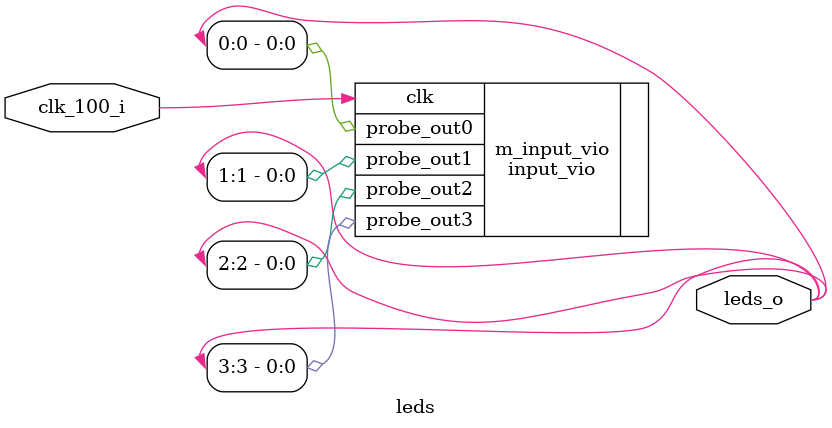
<source format=v>
module leds
	(

		input clk_100_i,
		output [3:0] leds_o

	);


    input_vio m_input_vio
     (
      .clk(clk_100_i),                // input wire clk
      .probe_out0(leds_o[0]),  // output wire [0 : 0] probe_out0
      .probe_out1(leds_o[1]),  // output wire [0 : 0] probe_out1
      .probe_out2(leds_o[2]),  // output wire [0 : 0] probe_out2
      .probe_out3(leds_o[3])  // output wire [0 : 0] probe_out3
    );



endmodule
</source>
